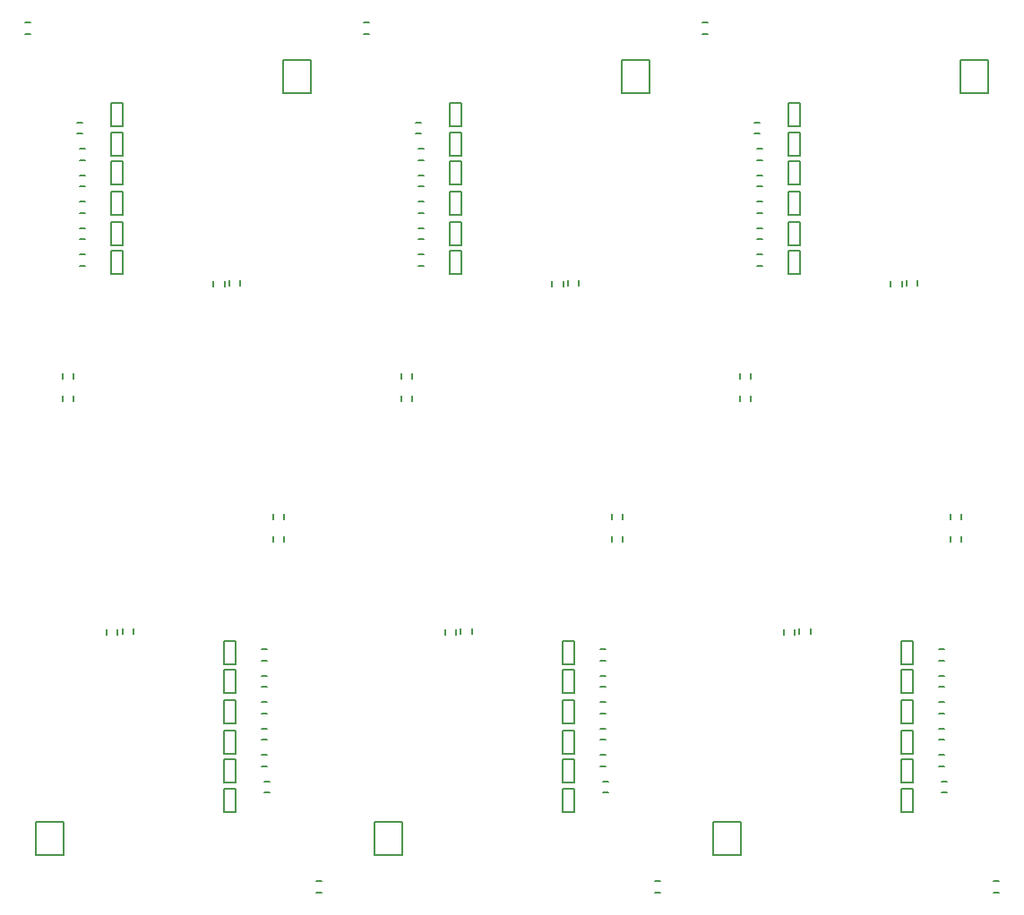
<source format=gbo>
G04 #@! TF.FileFunction,Legend,Bot*
%FSLAX46Y46*%
G04 Gerber Fmt 4.6, Leading zero omitted, Abs format (unit mm)*
G04 Created by KiCad (PCBNEW 4.0.6) date 12/25/17 20:13:07*
%MOMM*%
%LPD*%
G01*
G04 APERTURE LIST*
%ADD10C,0.100000*%
%ADD11C,0.150000*%
G04 APERTURE END LIST*
D10*
D11*
X77234566Y78572476D02*
X76134566Y78572476D01*
X76134566Y78572476D02*
X76134566Y80772476D01*
X76134566Y80772476D02*
X77234566Y80772476D01*
X77234566Y80772476D02*
X77234566Y78622476D01*
X77234566Y78622476D02*
X77234566Y78572476D01*
X77218566Y81322476D02*
X76118566Y81322476D01*
X76118566Y81322476D02*
X76118566Y83522476D01*
X76118566Y83522476D02*
X77218566Y83522476D01*
X77218566Y83522476D02*
X77218566Y81372476D01*
X77218566Y81372476D02*
X77218566Y81322476D01*
X77234566Y75822476D02*
X76134566Y75822476D01*
X76134566Y75822476D02*
X76134566Y78022476D01*
X76134566Y78022476D02*
X77234566Y78022476D01*
X77234566Y78022476D02*
X77234566Y75872476D01*
X77234566Y75872476D02*
X77234566Y75822476D01*
X94998566Y84430476D02*
X94998566Y87630476D01*
X94998566Y87630476D02*
X92398566Y87630476D01*
X92398566Y87630476D02*
X92398566Y84430476D01*
X92398566Y84430476D02*
X94998566Y84430476D01*
X71533566Y57472076D02*
X71533566Y57972076D01*
X72583566Y57972076D02*
X72583566Y57472076D01*
X77218566Y67322476D02*
X76118566Y67322476D01*
X76118566Y67322476D02*
X76118566Y69522476D01*
X76118566Y69522476D02*
X77218566Y69522476D01*
X77218566Y69522476D02*
X77218566Y67372476D01*
X77218566Y67372476D02*
X77218566Y67322476D01*
X73134566Y69197476D02*
X73634566Y69197476D01*
X73634566Y68147476D02*
X73134566Y68147476D01*
X71533566Y55372076D02*
X71533566Y55872076D01*
X72583566Y55872076D02*
X72583566Y55372076D01*
X87279166Y66234754D02*
X87279166Y66734754D01*
X88329166Y66734754D02*
X88329166Y66234754D01*
X85779166Y66184754D02*
X85779166Y66684754D01*
X86829166Y66684754D02*
X86829166Y66184754D01*
X53779166Y66184754D02*
X53779166Y66684754D01*
X54829166Y66684754D02*
X54829166Y66184754D01*
X55279166Y66234754D02*
X55279166Y66734754D01*
X56329166Y66734754D02*
X56329166Y66234754D01*
X77234566Y70072476D02*
X76134566Y70072476D01*
X76134566Y70072476D02*
X76134566Y72272476D01*
X76134566Y72272476D02*
X77234566Y72272476D01*
X77234566Y72272476D02*
X77234566Y70122476D01*
X77234566Y70122476D02*
X77234566Y70072476D01*
X73134566Y74197476D02*
X73634566Y74197476D01*
X73634566Y73147476D02*
X73134566Y73147476D01*
X73184566Y71697476D02*
X73684566Y71697476D01*
X73684566Y70647476D02*
X73184566Y70647476D01*
X73134566Y76697476D02*
X73634566Y76697476D01*
X73634566Y75647476D02*
X73134566Y75647476D01*
X77250566Y72982876D02*
X76150566Y72982876D01*
X76150566Y72982876D02*
X76150566Y75182876D01*
X76150566Y75182876D02*
X77250566Y75182876D01*
X77250566Y75182876D02*
X77250566Y73032876D01*
X77250566Y73032876D02*
X77250566Y72982876D01*
X62998566Y84430476D02*
X62998566Y87630476D01*
X62998566Y87630476D02*
X60398566Y87630476D01*
X60398566Y87630476D02*
X60398566Y84430476D01*
X60398566Y84430476D02*
X62998566Y84430476D01*
X68490566Y90077476D02*
X67990566Y90077476D01*
X67990566Y91127476D02*
X68490566Y91127476D01*
X73134566Y79197476D02*
X73634566Y79197476D01*
X73634566Y78147476D02*
X73134566Y78147476D01*
X72884566Y81697476D02*
X73384566Y81697476D01*
X73384566Y80647476D02*
X72884566Y80647476D01*
X13218566Y81322476D02*
X12118566Y81322476D01*
X12118566Y81322476D02*
X12118566Y83522476D01*
X12118566Y83522476D02*
X13218566Y83522476D01*
X13218566Y83522476D02*
X13218566Y81372476D01*
X13218566Y81372476D02*
X13218566Y81322476D01*
X4490566Y90077476D02*
X3990566Y90077476D01*
X3990566Y91127476D02*
X4490566Y91127476D01*
X13234566Y78572476D02*
X12134566Y78572476D01*
X12134566Y78572476D02*
X12134566Y80772476D01*
X12134566Y80772476D02*
X13234566Y80772476D01*
X13234566Y80772476D02*
X13234566Y78622476D01*
X13234566Y78622476D02*
X13234566Y78572476D01*
X9134566Y79197476D02*
X9634566Y79197476D01*
X9634566Y78147476D02*
X9134566Y78147476D01*
X13234566Y75822476D02*
X12134566Y75822476D01*
X12134566Y75822476D02*
X12134566Y78022476D01*
X12134566Y78022476D02*
X13234566Y78022476D01*
X13234566Y78022476D02*
X13234566Y75872476D01*
X13234566Y75872476D02*
X13234566Y75822476D01*
X9134566Y76697476D02*
X9634566Y76697476D01*
X9634566Y75647476D02*
X9134566Y75647476D01*
X8884566Y81697476D02*
X9384566Y81697476D01*
X9384566Y80647476D02*
X8884566Y80647476D01*
X9184566Y71697476D02*
X9684566Y71697476D01*
X9684566Y70647476D02*
X9184566Y70647476D01*
X13218566Y67322476D02*
X12118566Y67322476D01*
X12118566Y67322476D02*
X12118566Y69522476D01*
X12118566Y69522476D02*
X13218566Y69522476D01*
X13218566Y69522476D02*
X13218566Y67372476D01*
X13218566Y67372476D02*
X13218566Y67322476D01*
X9134566Y69197476D02*
X9634566Y69197476D01*
X9634566Y68147476D02*
X9134566Y68147476D01*
X9134566Y74197476D02*
X9634566Y74197476D01*
X9634566Y73147476D02*
X9134566Y73147476D01*
X13250566Y72982876D02*
X12150566Y72982876D01*
X12150566Y72982876D02*
X12150566Y75182876D01*
X12150566Y75182876D02*
X13250566Y75182876D01*
X13250566Y75182876D02*
X13250566Y73032876D01*
X13250566Y73032876D02*
X13250566Y72982876D01*
X13234566Y70072476D02*
X12134566Y70072476D01*
X12134566Y70072476D02*
X12134566Y72272476D01*
X12134566Y72272476D02*
X13234566Y72272476D01*
X13234566Y72272476D02*
X13234566Y70122476D01*
X13234566Y70122476D02*
X13234566Y70072476D01*
X7533566Y55372076D02*
X7533566Y55872076D01*
X8583566Y55872076D02*
X8583566Y55372076D01*
X7533566Y57472076D02*
X7533566Y57972076D01*
X8583566Y57972076D02*
X8583566Y57472076D01*
X45218566Y67322476D02*
X44118566Y67322476D01*
X44118566Y67322476D02*
X44118566Y69522476D01*
X44118566Y69522476D02*
X45218566Y69522476D01*
X45218566Y69522476D02*
X45218566Y67372476D01*
X45218566Y67372476D02*
X45218566Y67322476D01*
X45234566Y70072476D02*
X44134566Y70072476D01*
X44134566Y70072476D02*
X44134566Y72272476D01*
X44134566Y72272476D02*
X45234566Y72272476D01*
X45234566Y72272476D02*
X45234566Y70122476D01*
X45234566Y70122476D02*
X45234566Y70072476D01*
X41184566Y71697476D02*
X41684566Y71697476D01*
X41684566Y70647476D02*
X41184566Y70647476D01*
X45234566Y75822476D02*
X44134566Y75822476D01*
X44134566Y75822476D02*
X44134566Y78022476D01*
X44134566Y78022476D02*
X45234566Y78022476D01*
X45234566Y78022476D02*
X45234566Y75872476D01*
X45234566Y75872476D02*
X45234566Y75822476D01*
X41134566Y74197476D02*
X41634566Y74197476D01*
X41634566Y73147476D02*
X41134566Y73147476D01*
X41134566Y76697476D02*
X41634566Y76697476D01*
X41634566Y75647476D02*
X41134566Y75647476D01*
X45250566Y72982876D02*
X44150566Y72982876D01*
X44150566Y72982876D02*
X44150566Y75182876D01*
X44150566Y75182876D02*
X45250566Y75182876D01*
X45250566Y75182876D02*
X45250566Y73032876D01*
X45250566Y73032876D02*
X45250566Y72982876D01*
X30998566Y84430476D02*
X30998566Y87630476D01*
X30998566Y87630476D02*
X28398566Y87630476D01*
X28398566Y87630476D02*
X28398566Y84430476D01*
X28398566Y84430476D02*
X30998566Y84430476D01*
X36490566Y90077476D02*
X35990566Y90077476D01*
X35990566Y91127476D02*
X36490566Y91127476D01*
X45234566Y78572476D02*
X44134566Y78572476D01*
X44134566Y78572476D02*
X44134566Y80772476D01*
X44134566Y80772476D02*
X45234566Y80772476D01*
X45234566Y80772476D02*
X45234566Y78622476D01*
X45234566Y78622476D02*
X45234566Y78572476D01*
X40884566Y81697476D02*
X41384566Y81697476D01*
X41384566Y80647476D02*
X40884566Y80647476D01*
X41134566Y79197476D02*
X41634566Y79197476D01*
X41634566Y78147476D02*
X41134566Y78147476D01*
X45218566Y81322476D02*
X44118566Y81322476D01*
X44118566Y81322476D02*
X44118566Y83522476D01*
X44118566Y83522476D02*
X45218566Y83522476D01*
X45218566Y83522476D02*
X45218566Y81372476D01*
X45218566Y81372476D02*
X45218566Y81322476D01*
X21779166Y66184754D02*
X21779166Y66684754D01*
X22829166Y66684754D02*
X22829166Y66184754D01*
X23279166Y66234754D02*
X23279166Y66734754D01*
X24329166Y66734754D02*
X24329166Y66234754D01*
X39533566Y57472076D02*
X39533566Y57972076D01*
X40583566Y57972076D02*
X40583566Y57472076D01*
X41134566Y69197476D02*
X41634566Y69197476D01*
X41634566Y68147476D02*
X41134566Y68147476D01*
X39533566Y55372076D02*
X39533566Y55872076D01*
X40583566Y55872076D02*
X40583566Y55372076D01*
X86782000Y18678000D02*
X87882000Y18678000D01*
X87882000Y18678000D02*
X87882000Y16478000D01*
X87882000Y16478000D02*
X86782000Y16478000D01*
X86782000Y16478000D02*
X86782000Y18628000D01*
X86782000Y18628000D02*
X86782000Y18678000D01*
X69002000Y15570000D02*
X69002000Y12370000D01*
X69002000Y12370000D02*
X71602000Y12370000D01*
X71602000Y12370000D02*
X71602000Y15570000D01*
X71602000Y15570000D02*
X69002000Y15570000D01*
X91116000Y18303000D02*
X90616000Y18303000D01*
X90616000Y19353000D02*
X91116000Y19353000D01*
X95510000Y9923000D02*
X96010000Y9923000D01*
X96010000Y8873000D02*
X95510000Y8873000D01*
X86766000Y21428000D02*
X87866000Y21428000D01*
X87866000Y21428000D02*
X87866000Y19228000D01*
X87866000Y19228000D02*
X86766000Y19228000D01*
X86766000Y19228000D02*
X86766000Y21378000D01*
X86766000Y21378000D02*
X86766000Y21428000D01*
X90866000Y20803000D02*
X90366000Y20803000D01*
X90366000Y21853000D02*
X90866000Y21853000D01*
X90816000Y28303000D02*
X90316000Y28303000D01*
X90316000Y29353000D02*
X90816000Y29353000D01*
X90866000Y25803000D02*
X90366000Y25803000D01*
X90366000Y26853000D02*
X90866000Y26853000D01*
X86750000Y27017600D02*
X87850000Y27017600D01*
X87850000Y27017600D02*
X87850000Y24817600D01*
X87850000Y24817600D02*
X86750000Y24817600D01*
X86750000Y24817600D02*
X86750000Y26967600D01*
X86750000Y26967600D02*
X86750000Y27017600D01*
X86766000Y24178000D02*
X87866000Y24178000D01*
X87866000Y24178000D02*
X87866000Y21978000D01*
X87866000Y21978000D02*
X86766000Y21978000D01*
X86766000Y21978000D02*
X86766000Y24128000D01*
X86766000Y24128000D02*
X86766000Y24178000D01*
X86766000Y29928000D02*
X87866000Y29928000D01*
X87866000Y29928000D02*
X87866000Y27728000D01*
X87866000Y27728000D02*
X86766000Y27728000D01*
X86766000Y27728000D02*
X86766000Y29878000D01*
X86766000Y29878000D02*
X86766000Y29928000D01*
X90866000Y23303000D02*
X90366000Y23303000D01*
X90366000Y24353000D02*
X90866000Y24353000D01*
X78221400Y33815722D02*
X78221400Y33315722D01*
X77171400Y33315722D02*
X77171400Y33815722D01*
X76721400Y33765722D02*
X76721400Y33265722D01*
X75671400Y33265722D02*
X75671400Y33765722D01*
X92467000Y44628400D02*
X92467000Y44128400D01*
X91417000Y44128400D02*
X91417000Y44628400D01*
X86782000Y32678000D02*
X87882000Y32678000D01*
X87882000Y32678000D02*
X87882000Y30478000D01*
X87882000Y30478000D02*
X86782000Y30478000D01*
X86782000Y30478000D02*
X86782000Y32628000D01*
X86782000Y32628000D02*
X86782000Y32678000D01*
X92467000Y42528400D02*
X92467000Y42028400D01*
X91417000Y42028400D02*
X91417000Y42528400D01*
X90866000Y30803000D02*
X90366000Y30803000D01*
X90366000Y31853000D02*
X90866000Y31853000D01*
X54782000Y18678000D02*
X55882000Y18678000D01*
X55882000Y18678000D02*
X55882000Y16478000D01*
X55882000Y16478000D02*
X54782000Y16478000D01*
X54782000Y16478000D02*
X54782000Y18628000D01*
X54782000Y18628000D02*
X54782000Y18678000D01*
X37002000Y15570000D02*
X37002000Y12370000D01*
X37002000Y12370000D02*
X39602000Y12370000D01*
X39602000Y12370000D02*
X39602000Y15570000D01*
X39602000Y15570000D02*
X37002000Y15570000D01*
X59116000Y18303000D02*
X58616000Y18303000D01*
X58616000Y19353000D02*
X59116000Y19353000D01*
X63510000Y9923000D02*
X64010000Y9923000D01*
X64010000Y8873000D02*
X63510000Y8873000D01*
X54766000Y21428000D02*
X55866000Y21428000D01*
X55866000Y21428000D02*
X55866000Y19228000D01*
X55866000Y19228000D02*
X54766000Y19228000D01*
X54766000Y19228000D02*
X54766000Y21378000D01*
X54766000Y21378000D02*
X54766000Y21428000D01*
X58866000Y20803000D02*
X58366000Y20803000D01*
X58366000Y21853000D02*
X58866000Y21853000D01*
X58816000Y28303000D02*
X58316000Y28303000D01*
X58316000Y29353000D02*
X58816000Y29353000D01*
X58866000Y25803000D02*
X58366000Y25803000D01*
X58366000Y26853000D02*
X58866000Y26853000D01*
X54750000Y27017600D02*
X55850000Y27017600D01*
X55850000Y27017600D02*
X55850000Y24817600D01*
X55850000Y24817600D02*
X54750000Y24817600D01*
X54750000Y24817600D02*
X54750000Y26967600D01*
X54750000Y26967600D02*
X54750000Y27017600D01*
X54766000Y24178000D02*
X55866000Y24178000D01*
X55866000Y24178000D02*
X55866000Y21978000D01*
X55866000Y21978000D02*
X54766000Y21978000D01*
X54766000Y21978000D02*
X54766000Y24128000D01*
X54766000Y24128000D02*
X54766000Y24178000D01*
X54766000Y29928000D02*
X55866000Y29928000D01*
X55866000Y29928000D02*
X55866000Y27728000D01*
X55866000Y27728000D02*
X54766000Y27728000D01*
X54766000Y27728000D02*
X54766000Y29878000D01*
X54766000Y29878000D02*
X54766000Y29928000D01*
X58866000Y23303000D02*
X58366000Y23303000D01*
X58366000Y24353000D02*
X58866000Y24353000D01*
X46221400Y33815722D02*
X46221400Y33315722D01*
X45171400Y33315722D02*
X45171400Y33815722D01*
X44721400Y33765722D02*
X44721400Y33265722D01*
X43671400Y33265722D02*
X43671400Y33765722D01*
X60467000Y44628400D02*
X60467000Y44128400D01*
X59417000Y44128400D02*
X59417000Y44628400D01*
X54782000Y32678000D02*
X55882000Y32678000D01*
X55882000Y32678000D02*
X55882000Y30478000D01*
X55882000Y30478000D02*
X54782000Y30478000D01*
X54782000Y30478000D02*
X54782000Y32628000D01*
X54782000Y32628000D02*
X54782000Y32678000D01*
X60467000Y42528400D02*
X60467000Y42028400D01*
X59417000Y42028400D02*
X59417000Y42528400D01*
X58866000Y30803000D02*
X58366000Y30803000D01*
X58366000Y31853000D02*
X58866000Y31853000D01*
X22766000Y21428000D02*
X23866000Y21428000D01*
X23866000Y21428000D02*
X23866000Y19228000D01*
X23866000Y19228000D02*
X22766000Y19228000D01*
X22766000Y19228000D02*
X22766000Y21378000D01*
X22766000Y21378000D02*
X22766000Y21428000D01*
X22782000Y18678000D02*
X23882000Y18678000D01*
X23882000Y18678000D02*
X23882000Y16478000D01*
X23882000Y16478000D02*
X22782000Y16478000D01*
X22782000Y16478000D02*
X22782000Y18628000D01*
X22782000Y18628000D02*
X22782000Y18678000D01*
X22782000Y32678000D02*
X23882000Y32678000D01*
X23882000Y32678000D02*
X23882000Y30478000D01*
X23882000Y30478000D02*
X22782000Y30478000D01*
X22782000Y30478000D02*
X22782000Y32628000D01*
X22782000Y32628000D02*
X22782000Y32678000D01*
X22766000Y29928000D02*
X23866000Y29928000D01*
X23866000Y29928000D02*
X23866000Y27728000D01*
X23866000Y27728000D02*
X22766000Y27728000D01*
X22766000Y27728000D02*
X22766000Y29878000D01*
X22766000Y29878000D02*
X22766000Y29928000D01*
X22750000Y27017600D02*
X23850000Y27017600D01*
X23850000Y27017600D02*
X23850000Y24817600D01*
X23850000Y24817600D02*
X22750000Y24817600D01*
X22750000Y24817600D02*
X22750000Y26967600D01*
X22750000Y26967600D02*
X22750000Y27017600D01*
X22766000Y24178000D02*
X23866000Y24178000D01*
X23866000Y24178000D02*
X23866000Y21978000D01*
X23866000Y21978000D02*
X22766000Y21978000D01*
X22766000Y21978000D02*
X22766000Y24128000D01*
X22766000Y24128000D02*
X22766000Y24178000D01*
X5002000Y15570000D02*
X5002000Y12370000D01*
X5002000Y12370000D02*
X7602000Y12370000D01*
X7602000Y12370000D02*
X7602000Y15570000D01*
X7602000Y15570000D02*
X5002000Y15570000D01*
X14221400Y33815722D02*
X14221400Y33315722D01*
X13171400Y33315722D02*
X13171400Y33815722D01*
X12721400Y33765722D02*
X12721400Y33265722D01*
X11671400Y33265722D02*
X11671400Y33765722D01*
X26866000Y20803000D02*
X26366000Y20803000D01*
X26366000Y21853000D02*
X26866000Y21853000D01*
X27116000Y18303000D02*
X26616000Y18303000D01*
X26616000Y19353000D02*
X27116000Y19353000D01*
X26866000Y30803000D02*
X26366000Y30803000D01*
X26366000Y31853000D02*
X26866000Y31853000D01*
X26816000Y28303000D02*
X26316000Y28303000D01*
X26316000Y29353000D02*
X26816000Y29353000D01*
X26866000Y25803000D02*
X26366000Y25803000D01*
X26366000Y26853000D02*
X26866000Y26853000D01*
X26866000Y23303000D02*
X26366000Y23303000D01*
X26366000Y24353000D02*
X26866000Y24353000D01*
X31510000Y9923000D02*
X32010000Y9923000D01*
X32010000Y8873000D02*
X31510000Y8873000D01*
X28467000Y44628400D02*
X28467000Y44128400D01*
X27417000Y44128400D02*
X27417000Y44628400D01*
X28467000Y42528400D02*
X28467000Y42028400D01*
X27417000Y42028400D02*
X27417000Y42528400D01*
M02*

</source>
